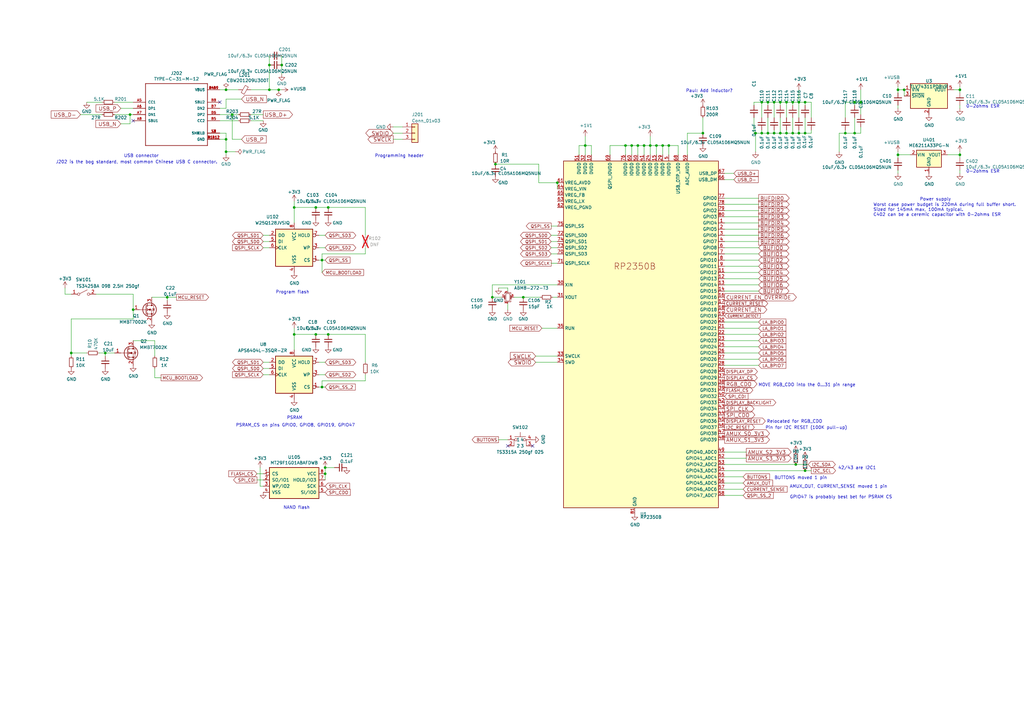
<source format=kicad_sch>
(kicad_sch (version 20231120) (generator "eeschema") (generator_version "8.0")
  (paper "A3")
  (junction (at 132.08 106.68))
  (junction (at 353.06 41.91))
  (junction (at 259.08 59.69))
  (junction (at 325.12 41.91))
  (junction (at 133.35 191.77))
  (junction (at 29.21 144.78))
  (junction (at 309.88 54.61))
  (junction (at 203.2 67.31))
  (junction (at 129.54 137.16))
  (junction (at 240.03 59.69))
  (junction (at 201.93 121.92))
  (junction (at 327.66 54.61))
  (junction (at 129.54 85.09))
  (junction (at 261.62 59.69))
  (junction (at 312.42 54.61))
  (junction (at 132.08 158.75))
  (junction (at 214.63 121.92))
  (junction (at 134.62 85.09))
  (junction (at 368.3 36.83))
  (junction (at 115.57 26.67))
  (junction (at 256.54 59.69))
  (junction (at 228.6 74.93))
  (junction (at 314.96 54.61))
  (junction (at 43.18 144.78))
  (junction (at 120.65 137.16))
  (junction (at 327.66 41.91))
  (junction (at 325.12 54.61))
  (junction (at 326.39 190.5))
  (junction (at 330.2 41.91))
  (junction (at 110.49 26.67))
  (junction (at 370.84 36.83))
  (junction (at 393.7 36.83))
  (junction (at 95.25 46.99))
  (junction (at 134.62 137.16))
  (junction (at 346.71 54.61))
  (junction (at 330.2 54.61))
  (junction (at 330.2 193.04))
  (junction (at 110.49 36.83))
  (junction (at 368.3 63.5))
  (junction (at 322.58 54.61))
  (junction (at 266.7 59.69))
  (junction (at 68.58 121.92))
  (junction (at 320.04 54.61))
  (junction (at 288.29 54.61))
  (junction (at 54.61 127))
  (junction (at 114.3 36.83))
  (junction (at 120.65 85.09))
  (junction (at 312.42 41.91))
  (junction (at 317.5 54.61))
  (junction (at 264.16 59.69))
  (junction (at 53.34 46.99))
  (junction (at 322.58 41.91))
  (junction (at 393.7 63.5))
  (junction (at 350.52 54.61))
  (junction (at 350.52 41.91))
  (junction (at 92.71 36.83))
  (junction (at 274.32 59.69))
  (junction (at 133.35 194.31))
  (junction (at 271.78 59.69))
  (junction (at 320.04 41.91))
  (junction (at 92.71 57.15))
  (junction (at 317.5 41.91))
  (junction (at 92.71 62.23))
  (junction (at 269.24 59.69))
  (junction (at 314.96 41.91))
  (no_connect (at 90.17 41.91))
  (no_connect (at 54.61 49.53))
  (no_connect (at 208.28 182.88))
  (no_connect (at 218.44 182.88))
  (wire (pts (xy 297.18 99.06) (xy 311.15 99.06)))
  (wire (pts (xy 271.78 59.69) (xy 274.32 59.69)))
  (wire (pts (xy 317.5 54.61) (xy 314.96 54.61)))
  (wire (pts (xy 29.21 146.05) (xy 29.21 144.78)))
  (wire (pts (xy 29.21 144.78) (xy 35.56 144.78)))
  (wire (pts (xy 228.6 99.06) (xy 226.06 99.06)))
  (wire (pts (xy 95.25 57.15) (xy 99.06 57.15)))
  (wire (pts (xy 40.64 144.78) (xy 43.18 144.78)))
  (wire (pts (xy 332.74 41.91) (xy 330.2 41.91)))
  (wire (pts (xy 29.21 120.65) (xy 26.67 120.65)))
  (wire (pts (xy 228.6 104.14) (xy 226.06 104.14)))
  (wire (pts (xy 281.94 54.61) (xy 281.94 63.5)))
  (wire (pts (xy 266.7 59.69) (xy 266.7 63.5)))
  (wire (pts (xy 219.71 148.59) (xy 228.6 148.59)))
  (wire (pts (xy 68.58 123.19) (xy 68.58 121.92)))
  (wire (pts (xy 161.29 57.15) (xy 165.1 57.15)))
  (wire (pts (xy 317.5 48.26) (xy 317.5 41.91)))
  (wire (pts (xy 90.17 57.15) (xy 92.71 57.15)))
  (wire (pts (xy 149.86 85.09) (xy 134.62 85.09)))
  (wire (pts (xy 309.245 54.61) (xy 309.88 54.61)))
  (wire (pts (xy 393.7 36.83) (xy 393.7 38.1)))
  (wire (pts (xy 102.87 49.53) (xy 107.95 49.53)))
  (wire (pts (xy 312.42 54.61) (xy 309.88 54.61)))
  (wire (pts (xy 92.71 62.23) (xy 92.71 63.5)))
  (wire (pts (xy 115.57 26.67) (xy 115.57 30.48)))
  (wire (pts (xy 149.86 104.14) (xy 149.86 101.6)))
  (wire (pts (xy 54.61 130.81) (xy 54.61 127)))
  (wire (pts (xy 228.6 146.05) (xy 219.71 146.05)))
  (wire (pts (xy 393.7 35.56) (xy 393.7 36.83)))
  (wire (pts (xy 54.61 41.91) (xy 46.99 41.91)))
  (wire (pts (xy 132.08 106.68) (xy 130.81 106.68)))
  (wire (pts (xy 370.84 36.83) (xy 370.84 39.37)))
  (wire (pts (xy 306.07 187.96) (xy 297.18 187.96)))
  (wire (pts (xy 297.18 119.38) (xy 311.15 119.38)))
  (wire (pts (xy 327.66 54.61) (xy 330.2 54.61)))
  (wire (pts (xy 120.65 85.09) (xy 120.65 82.55)))
  (wire (pts (xy 92.71 54.61) (xy 92.71 57.15)))
  (wire (pts (xy 110.49 151.13) (xy 107.95 151.13)))
  (wire (pts (xy 221.615 121.92) (xy 214.63 121.92)))
  (wire (pts (xy 26.67 120.65) (xy 26.67 118.11)))
  (wire (pts (xy 120.65 143.51) (xy 120.65 137.16)))
  (wire (pts (xy 309.245 41.91) (xy 309.245 43.18)))
  (wire (pts (xy 54.61 44.45) (xy 49.53 44.45)))
  (wire (pts (xy 297.18 195.58) (xy 304.8 195.58)))
  (wire (pts (xy 311.15 81.28) (xy 297.18 81.28)))
  (wire (pts (xy 368.3 43.18) (xy 368.3 44.45)))
  (wire (pts (xy 204.47 180.34) (xy 208.28 180.34)))
  (wire (pts (xy 269.24 59.69) (xy 271.78 59.69)))
  (wire (pts (xy 99.06 40.64) (xy 92.71 40.64)))
  (wire (pts (xy 393.7 63.5) (xy 393.7 64.77)))
  (wire (pts (xy 312.42 41.91) (xy 309.245 41.91)))
  (wire (pts (xy 133.35 106.68) (xy 132.08 106.68)))
  (wire (pts (xy 29.21 130.81) (xy 54.61 130.81)))
  (wire (pts (xy 133.35 194.31) (xy 133.35 196.85)))
  (wire (pts (xy 320.04 48.26) (xy 320.04 54.61)))
  (wire (pts (xy 203.2 67.31) (xy 220.98 67.31)))
  (wire (pts (xy 240.03 55.88) (xy 240.03 59.69)))
  (wire (pts (xy 297.18 88.9) (xy 311.15 88.9)))
  (wire (pts (xy 330.2 48.26) (xy 330.2 54.61)))
  (wire (pts (xy 269.24 59.69) (xy 269.24 63.5)))
  (wire (pts (xy 133.35 148.59) (xy 130.81 148.59)))
  (wire (pts (xy 368.3 62.23) (xy 368.3 63.5)))
  (wire (pts (xy 311.15 147.32) (xy 297.18 147.32)))
  (wire (pts (xy 129.54 85.09) (xy 120.65 85.09)))
  (wire (pts (xy 325.12 43.18) (xy 325.12 41.91)))
  (wire (pts (xy 110.49 99.06) (xy 107.95 99.06)))
  (wire (pts (xy 96.52 62.23) (xy 92.71 62.23)))
  (wire (pts (xy 228.6 74.93) (xy 228.6 77.47)))
  (wire (pts (xy 297.18 198.12) (xy 304.8 198.12)))
  (wire (pts (xy 41.91 41.91) (xy 35.56 41.91)))
  (wire (pts (xy 43.18 144.78) (xy 43.18 146.05)))
  (wire (pts (xy 29.21 144.78) (xy 29.21 130.81)))
  (wire (pts (xy 353.06 36.83) (xy 353.06 41.91)))
  (wire (pts (xy 110.49 153.67) (xy 107.95 153.67)))
  (wire (pts (xy 297.18 83.82) (xy 311.15 83.82)))
  (wire (pts (xy 205.74 121.92) (xy 201.93 121.92)))
  (wire (pts (xy 325.12 41.91) (xy 322.58 41.91)))
  (wire (pts (xy 288.29 48.26) (xy 288.29 54.61)))
  (wire (pts (xy 320.04 54.61) (xy 317.5 54.61)))
  (wire (pts (xy 39.37 120.65) (xy 54.61 120.65)))
  (wire (pts (xy 311.15 144.78) (xy 297.18 144.78)))
  (wire (pts (xy 327.66 41.91) (xy 327.66 36.83)))
  (wire (pts (xy 228.6 101.6) (xy 226.06 101.6)))
  (wire (pts (xy 107.95 199.39) (xy 106.68 199.39)))
  (wire (pts (xy 393.7 62.23) (xy 393.7 63.5)))
  (wire (pts (xy 300.99 71.12) (xy 297.18 71.12)))
  (wire (pts (xy 330.2 43.18) (xy 330.2 41.91)))
  (wire (pts (xy 346.71 41.91) (xy 350.52 41.91)))
  (wire (pts (xy 278.13 59.69) (xy 278.13 63.5)))
  (wire (pts (xy 161.29 54.61) (xy 165.1 54.61)))
  (wire (pts (xy 92.71 44.45) (xy 90.17 44.45)))
  (wire (pts (xy 132.08 156.21) (xy 149.86 156.21)))
  (wire (pts (xy 297.18 116.84) (xy 311.15 116.84)))
  (wire (pts (xy 92.71 40.64) (xy 92.71 44.45)))
  (wire (pts (xy 311.15 142.24) (xy 297.18 142.24)))
  (wire (pts (xy 266.7 59.69) (xy 269.24 59.69)))
  (wire (pts (xy 312.42 53.34) (xy 312.42 54.61)))
  (wire (pts (xy 132.08 158.75) (xy 132.08 156.21)))
  (wire (pts (xy 92.71 36.83) (xy 97.79 36.83)))
  (wire (pts (xy 228.6 116.84) (xy 201.93 116.84)))
  (wire (pts (xy 133.35 191.77) (xy 133.35 194.31)))
  (wire (pts (xy 120.65 91.44) (xy 120.65 85.09)))
  (wire (pts (xy 115.57 22.86) (xy 115.57 26.67)))
  (wire (pts (xy 314.96 54.61) (xy 312.42 54.61)))
  (wire (pts (xy 300.99 73.66) (xy 297.18 73.66)))
  (wire (pts (xy 129.54 137.16) (xy 120.65 137.16)))
  (wire (pts (xy 132.08 106.68) (xy 132.08 104.14)))
  (wire (pts (xy 110.49 36.83) (xy 114.3 36.83)))
  (wire (pts (xy 311.15 149.86) (xy 297.18 149.86)))
  (wire (pts (xy 320.04 41.91) (xy 317.5 41.91)))
  (wire (pts (xy 90.17 54.61) (xy 92.71 54.61)))
  (wire (pts (xy 314.96 41.91) (xy 312.42 41.91)))
  (wire (pts (xy 110.49 26.67) (xy 110.49 36.83)))
  (wire (pts (xy 391.16 36.83) (xy 393.7 36.83)))
  (wire (pts (xy 149.86 96.52) (xy 149.86 85.09)))
  (wire (pts (xy 353.06 41.91) (xy 353.06 46.99)))
  (wire (pts (xy 332.74 48.26) (xy 332.74 41.91)))
  (wire (pts (xy 54.61 120.65) (xy 54.61 127)))
  (wire (pts (xy 346.71 48.26) (xy 346.71 41.91)))
  (wire (pts (xy 311.15 96.52) (xy 297.18 96.52)))
  (wire (pts (xy 228.6 74.93) (xy 220.98 74.93)))
  (wire (pts (xy 149.86 137.16) (xy 134.62 137.16)))
  (wire (pts (xy 97.79 46.99) (xy 95.25 46.99)))
  (wire (pts (xy 133.35 153.67) (xy 130.81 153.67)))
  (wire (pts (xy 228.6 92.71) (xy 226.06 92.71)))
  (wire (pts (xy 110.49 22.86) (xy 110.49 26.67)))
  (wire (pts (xy 330.2 41.91) (xy 327.66 41.91)))
  (wire (pts (xy 297.18 114.3) (xy 311.15 114.3)))
  (wire (pts (xy 350.52 54.61) (xy 353.06 54.61)))
  (wire (pts (xy 62.23 121.92) (xy 68.58 121.92)))
  (wire (pts (xy 314.96 48.26) (xy 314.96 54.61)))
  (wire (pts (xy 312.42 48.26) (xy 312.42 41.91)))
  (wire (pts (xy 322.58 53.34) (xy 322.58 54.61)))
  (wire (pts (xy 137.16 191.77) (xy 133.35 191.77)))
  (wire (pts (xy 368.3 38.1) (xy 368.3 36.83)))
  (wire (pts (xy 368.3 69.85) (xy 368.3 71.12)))
  (wire (pts (xy 68.58 121.92) (xy 72.39 121.92)))
  (wire (pts (xy 161.29 52.07) (xy 165.1 52.07)))
  (wire (pts (xy 327.66 53.34) (xy 327.66 54.61)))
  (wire (pts (xy 297.18 111.76) (xy 311.15 111.76)))
  (wire (pts (xy 102.87 36.83) (xy 110.49 36.83)))
  (wire (pts (xy 311.15 132.08) (xy 297.18 132.08)))
  (wire (pts (xy 220.98 74.93) (xy 220.98 67.31)))
  (wire (pts (xy 317.5 41.91) (xy 314.96 41.91)))
  (wire (pts (xy 331.47 190.5) (xy 326.39 190.5)))
  (wire (pts (xy 250.19 59.69) (xy 256.54 59.69)))
  (wire (pts (xy 297.18 185.42) (xy 306.07 185.42)))
  (wire (pts (xy 54.61 46.99) (xy 53.34 46.99)))
  (wire (pts (xy 304.8 200.66) (xy 297.18 200.66)))
  (wire (pts (xy 250.19 63.5) (xy 250.19 59.69)))
  (wire (pts (xy 327.66 54.61) (xy 325.12 54.61)))
  (wire (pts (xy 266.7 55.88) (xy 266.7 59.69)))
  (wire (pts (xy 132.08 104.14) (xy 149.86 104.14)))
  (wire (pts (xy 311.15 134.62) (xy 297.18 134.62)))
  (wire (pts (xy 222.25 134.62) (xy 228.6 134.62)))
  (wire (pts (xy 311.15 86.36) (xy 297.18 86.36)))
  (wire (pts (xy 110.49 96.52) (xy 107.95 96.52)))
  (wire (pts (xy 102.87 46.99) (xy 107.95 46.99)))
  (wire (pts (xy 314.96 43.18) (xy 314.96 41.91)))
  (wire (pts (xy 281.94 54.61) (xy 288.29 54.61)))
  (wire (pts (xy 311.15 137.16) (xy 297.18 137.16)))
  (wire (pts (xy 325.12 54.61) (xy 322.58 54.61)))
  (wire (pts (xy 264.16 59.69) (xy 264.16 63.5)))
  (wire (pts (xy 90.17 46.99) (xy 95.25 46.99)))
  (wire (pts (xy 297.18 104.14) (xy 311.15 104.14)))
  (wire (pts (xy 242.57 59.69) (xy 242.57 63.5)))
  (wire (pts (xy 370.84 36.83) (xy 368.3 36.83)))
  (wire (pts (xy 228.6 96.52) (xy 226.06 96.52)))
  (wire (pts (xy 350.52 48.26) (xy 350.52 54.61)))
  (wire (pts (xy 344.17 54.61) (xy 344.17 62.23)))
  (wire (pts (xy 63.5 154.94) (xy 66.04 154.94)))
  (wire (pts (xy 134.62 85.09) (xy 129.54 85.09)))
  (wire (pts (xy 53.34 50.8) (xy 53.34 46.99)))
  (wire (pts (xy 53.34 46.99) (xy 46.99 46.99)))
  (wire (pts (xy 107.95 194.31) (xy 105.41 194.31)))
  (wire (pts (xy 240.03 59.69) (xy 242.57 59.69)))
  (wire (pts (xy 110.49 148.59) (xy 107.95 148.59)))
  (wire (pts (xy 297.18 193.04) (xy 330.2 193.04)))
  (wire (pts (xy 311.15 139.7) (xy 297.18 139.7)))
  (wire (pts (xy 322.58 54.61) (xy 320.04 54.61)))
  (wire (pts (xy 325.12 48.26) (xy 325.12 54.61)))
  (wire (pts (xy 311.15 101.6) (xy 297.18 101.6)))
  (wire (pts (xy 228.6 107.95) (xy 226.06 107.95)))
  (wire (pts (xy 317.5 53.34) (xy 317.5 54.61)))
  (wire (pts (xy 327.66 48.26) (xy 327.66 41.91)))
  (wire (pts (xy 330.2 193.04) (xy 332.74 193.04)))
  (wire (pts (xy 208.28 124.46) (xy 208.28 127)))
  (wire (pts (xy 350.52 41.91) (xy 350.52 43.18)))
  (wire (pts (xy 309.245 48.26) (xy 309.245 54.61)))
  (wire (pts (xy 41.91 46.99) (xy 33.02 46.99)))
  (wire (pts (xy 149.86 156.21) (xy 149.86 153.67)))
  (wire (pts (xy 149.86 148.59) (xy 149.86 137.16)))
  (wire (pts (xy 133.35 158.75) (xy 132.08 158.75)))
  (wire (pts (xy 261.62 59.69) (xy 264.16 59.69)))
  (wire (pts (xy 261.62 59.69) (xy 261.62 63.5)))
  (wire (pts (xy 368.3 64.77) (xy 368.3 63.5)))
  (wire (pts (xy 105.41 196.85) (xy 107.95 196.85)))
  (wire (pts (xy 346.71 53.34) (xy 346.71 54.61)))
  (wire (pts (xy 332.74 54.61) (xy 332.74 53.34)))
  (wire (pts (xy 322.58 41.91) (xy 320.04 41.91)))
  (wire (pts (xy 208.28 118.11) (xy 208.28 119.38)))
  (wire (pts (xy 43.18 144.78) (xy 46.99 144.78)))
  (wire (pts (xy 95.25 46.99) (xy 95.25 57.15)))
  (wire (pts (xy 322.58 48.26) (xy 322.58 41.91)))
  (wire (pts (xy 90.17 36.83) (xy 92.71 36.83)))
  (wire (pts (xy 271.78 63.5) (xy 271.78 59.69)))
  (wire (pts (xy 256.54 59.69) (xy 256.54 63.5)))
  (wire (pts (xy 311.15 91.44) (xy 297.18 91.44)))
  (wire (pts (xy 259.08 59.69) (xy 261.62 59.69)))
  (wire (pts (xy 133.35 96.52) (xy 130.81 96.52)))
  (wire (pts (xy 90.17 49.53) (xy 97.79 49.53)))
  (wire (pts (xy 368.3 35.56) (xy 368.3 36.83)))
  (wire (pts (xy 63.5 146.05) (xy 63.5 139.7)))
  (wire (pts (xy 297.18 93.98) (xy 311.15 93.98)))
  (wire (pts (xy 274.32 59.69) (xy 274.32 63.5)))
  (wire (pts (xy 325.12 41.91) (xy 327.66 41.91)))
  (wire (pts (xy 201.93 116.84) (xy 201.93 121.92)))
  (wire (pts (xy 240.03 59.69) (xy 237.49 59.69)))
  (wire (pts (xy 353.06 52.07) (xy 353.06 54.61)))
  (wire (pts (xy 259.08 59.69) (xy 259.08 63.5)))
  (wire (pts (xy 120.65 137.16) (xy 120.65 134.62)))
  (wire (pts (xy 274.32 59.69) (xy 278.13 59.69)))
  (wire (pts (xy 346.71 54.61) (xy 350.52 54.61)))
  (wire (pts (xy 330.2 54.61) (xy 332.74 54.61)))
  (wire (pts (xy 133.35 101.6) (xy 130.81 101.6)))
  (wire (pts (xy 63.5 139.7) (xy 54.61 139.7)))
  (wire (pts (xy 132.08 106.68) (xy 132.08 111.76)))
  (wire (pts (xy 228.6 121.92) (xy 226.695 121.92)))
  (wire (pts (xy 204.47 118.11) (xy 208.28 118.11)))
  (wire (pts (xy 344.17 54.61) (xy 346.71 54.61)))
  (wire (pts (xy 92.71 57.15) (xy 92.71 62.23)))
  (wire (pts (xy 320.04 43.18) (xy 320.04 41.91)))
  (wire (pts (xy 114.3 36.83) (xy 115.57 36.83)))
  (wire (pts (xy 237.49 59.69) (xy 237.49 63.5)))
  (wire (pts (xy 393.7 43.18) (xy 393.7 44.45)))
  (wire (pts (xy 264.16 59.69) (xy 266.7 59.69)))
  (wire (pts (xy 210.82 121.92) (xy 214.63 121.92)))
  (wire (pts (xy 256.54 59.69) (xy 259.08 59.69)))
  (wire (pts (xy 304.8 203.2) (xy 297.18 203.2)))
  (wire (pts (xy 110.49 101.6) (xy 107.95 101.6)))
  (wire (pts (xy 311.15 106.68) (xy 297.18 106.68)))
  (wire (pts (xy 353.06 41.91) (xy 350.52 41.91)))
  (wire (pts (xy 388.62 63.5) (xy 393.7 63.5)))
  (wire (pts (xy 132.08 158.75) (xy 130.81 158.75)))
  (wire (pts (xy 393.7 69.85) (xy 393.7 71.12)))
  (wire (pts (xy 63.5 151.13) (xy 63.5 154.94)))
  (wire (pts (xy 49.53 50.8) (xy 53.34 50.8)))
  (wire (pts (xy 106.68 199.39) (xy 106.68 191.77)))
  (wire (pts (xy 326.39 190.5) (xy 297.18 190.5)))
  (wire (pts (xy 373.38 63.5) (xy 368.3 63.5)))
  (wire (pts (xy 297.18 109.22) (xy 311.15 109.22)))
  (wire (pts (xy 240.03 59.69) (xy 240.03 63.5)))
  (wire (pts (xy 134.62 137.16) (xy 129.54 137.16)))
  (wire (pts (xy 309.88 54.61) (xy 309.88 62.23)))
  (text "42/43 are I2C1" (at 351.536 192.024 0) (effects (font (size 1.27 1.27))))
  (text "PSRAM\n" (at 117.602 172.212 0) (effects (font (size 1.27 1.27)) (justify left bottom)))
  (text "GPIO47 is probably best bet for PSRAM CS\n" (at 344.932 203.962 0) (effects (font (size 1.27 1.27))))
  (text "USB connector" (at 50.8 64.77 0) (effects (font (size 1.27 1.27)) (justify left bottom)))
  (text "NAND flash\n" (at 121.666 208.28 0) (effects (font (size 1.27 1.27))))
  (text "Pin for I2C RESET (100K pull-up)\n" (at 330.708 175.514 0) (effects (font (size 1.27 1.27))))
  (text "Power supply" (at 377.19 82.55 0) (effects (font (size 1.27 1.27)) (justify left bottom)))
  (text "AMUX_OUT, CURRENT_SENSE moved 1 pin" (at 343.916 199.644 0) (effects (font (size 1.27 1.27))))
  (text "MOVE RGB_CDO into the 0...31 pin range\n" (at 330.962 157.988 0) (effects (font (size 1.27 1.27))))
  (text "J202 is the bog standard, most common Chinese USB C connector." (at 22.86 67.31 0) (effects (font (size 1.27 1.27)) (justify left bottom)))
  (text "Program flash" (at 113.03 120.65 0) (effects (font (size 1.27 1.27)) (justify left bottom)))
  (text "Relocated for RGB_CDO" (at 325.882 172.974 0) (effects (font (size 1.27 1.27))))
  (text "Worst case power budget is 220mA during full buffer short.\nSized for 145mA max, 100mA typical.\nC402 can be a ceremic capacitor with 0-2ohms ESR" (at 358.14 88.9 0) (effects (font (size 1.27 1.27)) (justify left bottom)))
  (text "Paul: Add inductor?" (at 281.305 38.1 0) (effects (font (size 1.27 1.27)) (justify left bottom)))
  (text "PSRAM_CS on pins GPIO0, GPIO8, GPIO19, GPIO47" (at 121.158 174.498 0) (effects (font (size 1.27 1.27))))
  (text "Programming header" (at 153.67 64.77 0) (effects (font (size 1.27 1.27)) (justify left bottom)))
  (text "0-2ohms ESR\n" (at 396.24 71.12 0) (effects (font (size 1.27 1.27)) (justify left bottom)))
  (text "0-2ohms ESR\n" (at 396.24 44.45 0) (effects (font (size 1.27 1.27)) (justify left bottom)))
  (text "BUTTONS moved 1 pin\n" (at 328.422 196.088 0) (effects (font (size 1.27 1.27))))
  (global_label "BUFIO3" (shape bidirectional) (at 311.15 109.22 0) (effects (font (size 1.524 1.524))) (property "Intersheetrefs" "${INTERSHEET_REFS}" (effects (hide yes))))
  (global_label "BUFDIR3" (shape output) (at 311.15 88.9 0) (effects (font (size 1.524 1.524))) (property "Intersheetrefs" "${INTERSHEET_REFS}" (effects (hide yes))))
  (global_label "DISPLAY_RESET" (shape output) (at 297.18 172.72 0) (property "Intersheetrefs" "${INTERSHEET_REFS}" (effects (hide yes))))
  (global_label "BUFIO1" (shape bidirectional) (at 311.15 104.14 0) (effects (font (size 1.524 1.524))) (property "Intersheetrefs" "${INTERSHEET_REFS}" (effects (hide yes))))
  (global_label "LA_BPIO4" (shape input) (at 311.15 142.24 0) (property "Intersheetrefs" "${INTERSHEET_REFS}" (effects (hide yes))))
  (global_label "QSPI_SD3" (shape bidirectional) (at 226.06 104.14 180) (property "Intersheetrefs" "${INTERSHEET_REFS}" (effects (hide yes))))
  (global_label "SWDIO" (shape bidirectional) (at 219.71 148.59 180) (effects (font (size 1.524 1.524))) (property "Intersheetrefs" "${INTERSHEET_REFS}" (effects (hide yes))))
  (global_label "QSPI_SCLK" (shape input) (at 107.95 101.6 180) (property "Intersheetrefs" "${INTERSHEET_REFS}" (effects (hide yes))))
  (global_label "SPI_CDO" (shape input) (at 133.35 201.93 0) (property "Intersheetrefs" "${INTERSHEET_REFS}" (effects (hide yes))))
  (global_label "QSPI_SS" (shape input) (at 133.35 106.68 0) (property "Intersheetrefs" "${INTERSHEET_REFS}" (effects (hide yes))))
  (global_label "AMUX_S1_3V3" (shape output) (at 297.18 180.34 0) (effects (font (size 1.524 1.524))) (property "Intersheetrefs" "${INTERSHEET_REFS}" (effects (hide yes))))
  (global_label "SPI_CDI" (shape output) (at 105.41 196.85 180) (property "Intersheetrefs" "${INTERSHEET_REFS}" (effects (hide yes))))
  (global_label "FLASH_CS" (shape input) (at 105.41 194.31 180) (property "Intersheetrefs" "${INTERSHEET_REFS}" (effects (hide yes))))
  (global_label "RGB_CDO" (shape output) (at 297.18 157.48 0) (effects (font (size 1.524 1.524))) (property "Intersheetrefs" "${INTERSHEET_REFS}" (effects (hide yes))))
  (global_label "I2C_SDA" (shape bidirectional) (at 331.47 190.5 0) (property "Intersheetrefs" "${INTERSHEET_REFS}" (effects (hide yes))))
  (global_label "AMUX_S0_3V3" (shape output) (at 297.18 177.8 0) (effects (font (size 1.524 1.524))) (property "Intersheetrefs" "${INTERSHEET_REFS}" (effects (hide yes))))
  (global_label "MCU_RESET" (shape input) (at 222.25 134.62 180) (property "Intersheetrefs" "${INTERSHEET_REFS}" (effects (hide yes))))
  (global_label "USB_N" (shape input) (at 49.53 50.8 180) (effects (font (size 1.524 1.524))) (property "Intersheetrefs" "${INTERSHEET_REFS}" (effects (hide yes))))
  (global_label "USB_P" (shape input) (at 49.53 44.45 180) (effects (font (size 1.524 1.524))) (property "Intersheetrefs" "${INTERSHEET_REFS}" (effects (hide yes))))
  (global_label "LA_BPIO6" (shape input) (at 311.15 147.32 0) (property "Intersheetrefs" "${INTERSHEET_REFS}" (effects (hide yes))))
  (global_label "SWCLK" (shape output) (at 161.29 57.15 180) (effects (font (size 1.524 1.524))) (property "Intersheetrefs" "${INTERSHEET_REFS}" (effects (hide yes))))
  (global_label "CURRENT_DETECT" (shape input) (at 297.18 129.54 0) (effects (font (size 0.9906 0.9906))) (property "Intersheetrefs" "${INTERSHEET_REFS}" (effects (hide yes))))
  (global_label "QSPI_SD1" (shape bidirectional) (at 107.95 148.59 180) (property "Intersheetrefs" "${INTERSHEET_REFS}" (effects (hide yes))))
  (global_label "CURRENT_EN" (shape output) (at 297.18 127 0) (effects (font (size 1.524 1.524))) (property "Intersheetrefs" "${INTERSHEET_REFS}" (effects (hide yes))))
  (global_label "CURRENT_SENSE" (shape input) (at 304.8 200.66 0) (property "Intersheetrefs" "${INTERSHEET_REFS}" (effects (hide yes))))
  (global_label "QSPI_SS_2" (shape input) (at 133.35 158.75 0) (property "Intersheetrefs" "${INTERSHEET_REFS}" (effects (hide yes))))
  (global_label "QSPI_SCLK" (shape output) (at 226.06 107.95 180) (property "Intersheetrefs" "${INTERSHEET_REFS}" (effects (hide yes))))
  (global_label "DISPLAY_BACKLIGHT" (shape output) (at 297.18 165.1 0) (property "Intersheetrefs" "${INTERSHEET_REFS}" (effects (hide yes))))
  (global_label "BUTTONS" (shape input) (at 304.8 195.58 0) (property "Intersheetrefs" "${INTERSHEET_REFS}" (effects (hide yes))))
  (global_label "CURRENT_EN_OVERRIDE" (shape output) (at 297.18 121.92 0) (effects (font (size 1.524 1.524))) (property "Intersheetrefs" "${INTERSHEET_REFS}" (effects (hide yes))))
  (global_label "I2C_SCL" (shape output) (at 332.74 193.04 0) (property "Intersheetrefs" "${INTERSHEET_REFS}" (effects (hide yes))))
  (global_label "BUFDIR1" (shape output) (at 311.15 83.82 0) (effects (font (size 1.524 1.524))) (property "Intersheetrefs" "${INTERSHEET_REFS}" (effects (hide yes))))
  (global_label "BUFIO7" (shape bidirectional) (at 311.15 119.38 0) (effects (font (size 1.524 1.524))) (property "Intersheetrefs" "${INTERSHEET_REFS}" (effects (hide yes))))
  (global_label "LA_BPIO3" (shape input) (at 311.15 139.7 0) (property "Intersheetrefs" "${INTERSHEET_REFS}" (effects (hide yes))))
  (global_label "LA_BPIO2" (shape input) (at 311.15 137.16 0) (property "Intersheetrefs" "${INTERSHEET_REFS}" (effects (hide yes))))
  (global_label "QSPI_SD2" (shape bidirectional) (at 133.35 153.67 0) (property "Intersheetrefs" "${INTERSHEET_REFS}" (effects (hide yes))))
  (global_label "CURRENT_RESET" (shape output) (at 297.18 124.46 0) (property "Intersheetrefs" "${INTERSHEET_REFS}" (effects (hide yes))))
  (global_label "QSPI_SD3" (shape bidirectional) (at 133.35 148.59 0) (property "Intersheetrefs" "${INTERSHEET_REFS}" (effects (hide yes))))
  (global_label "AMUX_OUT" (shape input) (at 304.8 198.12 0) (property "Intersheetrefs" "${INTERSHEET_REFS}" (effects (hide yes))))
  (global_label "QSPI_SD2" (shape bidirectional) (at 133.35 101.6 0) (property "Intersheetrefs" "${INTERSHEET_REFS}" (effects (hide yes))))
  (global_label "BUFDIR0" (shape output) (at 311.15 81.28 0) (effects (font (size 1.524 1.524))) (property "Intersheetrefs" "${INTERSHEET_REFS}" (effects (hide yes))))
  (global_label "SPI_CLK" (shape output) (at 297.18 167.64 0) (effects (font (size 1.524 1.524))) (property "Intersheetrefs" "${INTERSHEET_REFS}" (effects (hide yes))))
  (global_label "MCU_RESET" (shape output) (at 72.39 121.92 0) (property "Intersheetrefs" "${INTERSHEET_REFS}" (effects (hide yes))))
  (global_label "BUFIO6" (shape bidirectional) (at 311.15 116.84 0) (effects (font (size 1.524 1.524))) (property "Intersheetrefs" "${INTERSHEET_REFS}" (effects (hide yes))))
  (global_label "BUTTONS" (shape output) (at 204.47 180.34 180) (property "Intersheetrefs" "${INTERSHEET_REFS}" (effects (hide yes))))
  (global_label "QSPI_SS" (shape output) (at 226.06 92.71 180) (property "Intersheetrefs" "${INTERSHEET_REFS}" (effects (hide yes))))
  (global_label "SPI_CDI" (shape input) (at 297.18 162.56 0) (property "Intersheetrefs" "${INTERSHEET_REFS}" (effects (hide yes))))
  (global_label "SWCLK" (shape input) (at 219.71 146.05 180) (effects (font (size 1.524 1.524))) (property "Intersheetrefs" "${INTERSHEET_REFS}" (effects (hide yes))))
  (global_label "QSPI_SD1" (shape bidirectional) (at 107.95 96.52 180) (property "Intersheetrefs" "${INTERSHEET_REFS}" (effects (hide yes))))
  (global_label "LA_BPIO1" (shape input) (at 311.15 134.62 0) (property "Intersheetrefs" "${INTERSHEET_REFS}" (effects (hide yes))))
  (global_label "QSPI_SD0" (shape bidirectional) (at 107.95 151.13 180) (property "Intersheetrefs" "${INTERSHEET_REFS}" (effects (hide yes))))
  (global_label "DISPLAY_CS" (shape output) (at 297.18 154.94 0) (property "Intersheetrefs" "${INTERSHEET_REFS}" (effects (hide yes))))
  (global_label "USB_D-" (shape input) (at 33.02 46.99 180) (effects (font (size 1.524 1.524))) (property "Intersheetrefs" "${INTERSHEET_REFS}" (effects (hide yes))))
  (global_label "QSPI_SD2" (shape bidirectional) (at 226.06 101.6 180) (property "Intersheetrefs" "${INTERSHEET_REFS}" (effects (hide yes))))
  (global_label "LA_BPIO0" (shape input) (at 311.15 132.08 0) (property "Intersheetrefs" "${INTERSHEET_REFS}" (effects (hide yes))))
  (global_label "USB_D+" (shape input) (at 300.99 71.12 0) (property "Intersheetrefs" "${INTERSHEET_REFS}" (effects (hide yes))))
  (global_label "BUFDIR2" (shape output) (at 311.15 86.36 0) (effects (font (size 1.524 1.524))) (property "Intersheetrefs" "${INTERSHEET_REFS}" (effects (hide yes))))
  (global_label "SPI_CLK" (shape input) (at 133.35 199.39 0) (property "Intersheetrefs" "${INTERSHEET_REFS}" (effects (hide yes))))
  (global_label "DISPLAY_DP" (shape output) (at 297.18 152.4 0) (property "Intersheetrefs" "${INTERSHEET_REFS}" (effects (hide yes))))
  (global_label "QSPI_SD1" (shape bidirectional) (at 226.06 99.06 180) (property "Intersheetrefs" "${INTERSHEET_REFS}" (effects (hide yes))))
  (global_label "LA_BPIO7" (shape input) (at 311.15 149.86 0) (property "Intersheetrefs" "${INTERSHEET_REFS}" (effects (hide yes))))
  (global_label "BUFDIR6" (shape output) (at 311.15 96.52 0) (effects (font (size 1.524 1.524))) (property "Intersheetrefs" "${INTERSHEET_REFS}" (effects (hide yes))))
  (global_label "I2C_RESET" (shape output) (at 297.18 175.26 0) (property "Intersheetrefs" "${INTERSHEET_REFS}" (effects (hide yes))))
  (global_label "QSPI_SD0" (shape bidirectional) (at 226.06 96.52 180) (property "Intersheetrefs" "${INTERSHEET_REFS}" (effects (hide yes))))
  (global_label "MCU_BOOTLOAD" (shape output) (at 66.04 154.94 0) (property "Intersheetrefs" "${INTERSHEET_REFS}" (effects (hide yes))))
  (global_label "USB_P" (shape input) (at 99.06 57.15 0) (effects (font (size 1.524 1.524))) (property "Intersheetrefs" "${INTERSHEET_REFS}" (effects (hide yes))))
  (global_label "QSPI_SS_2" (shape input) (at 304.8 203.2 0) (property "Intersheetrefs" "${INTERSHEET_REFS}" (effects (hide yes))))
  (global_label "MCU_BOOTLOAD" (shape input) (at 132.08 111.76 0) (property "Intersheetrefs" "${INTERSHEET_REFS}" (effects (hide yes))))
  (global_label "USB_N" (shape input) (at 99.06 40.64 0) (effects (font (size 1.524 1.524))) (property "Intersheetrefs" "${INTERSHEET_REFS}" (effects (hide yes))))
  (global_label "QSPI_SCLK" (shape input) (at 107.95 153.67 180) (property "Intersheetrefs" "${INTERSHEET_REFS}" (effects (hide yes))))
  (global_label "BUFIO4" (shape bidirectional) (at 311.15 111.76 0) (effects (font (size 1.524 1.524))) (property "Intersheetrefs" "${INTERSHEET_REFS}" (effects (hide yes))))
  (global_label "QSPI_SD3" (shape bidirectional) (at 133.35 96.52 0) (property "Intersheetrefs" "${INTERSHEET_REFS}" (effects (hide yes))))
  (global_label "LA_BPIO5" (shape input) (at 311.15 144.78 0) (property "Intersheetrefs" "${INTERSHEET_REFS}" (effects (hide yes))))
  (global_label "BUFIO0" (shape bidirectional) (at 311.15 101.6 0) (effects (font (size 1.524 1.524))) (property "Intersheetrefs" "${INTERSHEET_REFS}" (effects (hide yes))))
  (global_label "SWDIO" (shape bidirectional) (at 161.29 54.61 180) (effects (font (size 1.524 1.524))) (property "Intersheetrefs" "${INTERSHEET_REFS}" (effects (hide yes))))
  (global_label "BUFDIR4" (shape output) (at 311.15 91.44 0) (effects (font (size 1.524 1.524))) (property "Intersheetrefs" "${INTERSHEET_REFS}" (effects (hide yes))))
  (global_label "BUFDIR5" (shape output) (at 311.15 93.98 0) (effects (font (size 1.524 1.524))) (property "Intersheetrefs" "${INTERSHEET_REFS}" (effects (hide yes))))
  (global_label "BUFDIR7" (shape output) (at 311.15 99.06 0) (effects (font (size 1.524 1.524))) (property "Intersheetrefs" "${INTERSHEET_REFS}" (effects (hide yes))))
  (global_label "USB_D+" (shape output) (at 107.95 46.99 0) (effects (font (size 1.524 1.524))) (property "Intersheetrefs" "${INTERSHEET_REFS}" (effects (hide yes))))
  (global_label "BUFIO5" (shape bidirectional) (at 311.15 114.3 0) (effects (font (size 1.524 1.524))) (property "Intersheetrefs" "${INTERSHEET_REFS}" (effects (hide yes))))
  (global_label "BUFIO2" (shape bidirectional) (at 311.15 106.68 0) (effects (font (size 1.524 1.524))) (property "Intersheetrefs" "${INTERSHEET_REFS}" (effects (hide yes))))
  (global_label "QSPI_SD0" (shape bidirectional) (at 107.95 99.06 180) (property "Intersheetrefs" "${INTERSHEET_REFS}" (effects (hide yes))))
  (global_label "SPI_CDO" (shape output) (at 297.18 170.18 0) (effects (font (size 1.524 1.524))) (property "Intersheetrefs" "${INTERSHEET_REFS}" (effects (hide yes))))
  (global_label "USB_D-" (shape input) (at 300.99 73.66 0) (property "Intersheetrefs" "${INTERSHEET_REFS}" (effects (hide yes))))
  (global_label "FLASH_CS" (shape output) (at 297.18 160.02 0) (property "Intersheetrefs" "${INTERSHEET_REFS}" (effects (hide yes))))
  (global_label "AMUX_S3_3V3" (shape output) (at 306.07 187.96 0) (effects (font (size 1.524 1.524))) (property "Intersheetrefs" "${INTERSHEET_REFS}" (effects (hide yes))))
  (global_label "AMUX_S2_3V3" (shape output) (at 306.07 185.42 0) (effects (font (size 1.524 1.524))) (property "Intersheetrefs" "${INTERSHEET_REFS}" (effects (hide yes))))
  (symbol (lib_id "Device:C_Small") (at 368.3 67.31 0) (unit 1)
    (property "Reference" "C401" (at 365.76 66.04 0) (effects (justify right)))
    (property "Value" "10uF/6.3v CL05A106MQ5NUN" (at 365.76 68.58 0) (effects (justify right)))
    (property "Footprint" "Capacitor_SMD:C_0402_1005Metric" (effects (hide yes)))
    (property "RMB" "0.037726" (effects (hide yes)))
    (property "Supplier" "https://item.szlcsc.com/1877.html" (effects (hide yes)))
  )
  (symbol (lib_id "Device:C_Small") (at 393.7 67.31 0) (unit 1)
    (property "Reference" "C402" (at 396.0368 66.1416 0) (effects (justify left)))
    (property "Value" "10uF/6.3v CL05A106MQ5NUN" (at 396.0368 68.453 0) (effects (justify left)))
    (property "Footprint" "Capacitor_SMD:C_0402_1005Metric" (effects (hide yes)))
    (property "RMB" "0.043101" (effects (hide yes)))
    (property "Supplier" "https://item.szlcsc.com/108589.html" (effects (hide yes)))
  )
  (symbol (lib_id "power:GND") (at 381 71.12 0) (unit 1)
    (property "Reference" "#PWR0403" (effects (hide yes)))
    (property "Value" "GND" (at 381.127 75.5142 0))
  )
  (symbol (lib_id "power:GND") (at 368.3 71.12 0) (unit 1)
    (property "Reference" "#PWR0402" (effects (hide yes)))
    (property "Value" "GND" (at 368.427 75.5142 0))
  )
  (symbol (lib_id "power:GND") (at 393.7 71.12 0) (unit 1)
    (property "Reference" "#PWR0405" (effects (hide yes)))
    (property "Value" "GND" (at 393.827 75.5142 0))
  )
  (symbol (lib_id "power:+3V3") (at 393.7 62.23 0) (unit 1)
    (property "Reference" "#PWR0404" (effects (hide yes)))
    (property "Value" "+3V3" (at 394.081 57.8358 0))
  )
  (symbol (lib_id "kicad5-device:Ferrite_Bead_Small") (at 100.33 36.83 270) (unit 1)
    (property "Reference" "L201" (at 100.33 30.8102 90))
    (property "Value" "CBW201209U300T" (at 101.6 33.02 90))
    (property "Footprint" "Inductor_SMD:L_0805_2012Metric" (effects (hide yes)))
    (property "RMB" "0.175802	0.175802" (effects (hide yes)))
    (property "Supplier" "https://item.szlcsc.com/263551.html" (effects (hide yes)))
  )
  (symbol (lib_id "power:GND") (at 115.57 30.48 0) (unit 1)
    (property "Reference" "#PWR0205" (effects (hide yes)))
    (property "Value" "GND" (at 115.57 34.29 0))
  )
  (symbol (lib_id "Device:R_Small") (at 44.45 41.91 90) (mirror x) (unit 1)
    (property "Reference" "R201" (at 49.53 40.64 90))
    (property "Value" "5.1K" (at 40.64 40.64 90))
    (property "Footprint" "Resistor_SMD:R_0402_1005Metric" (effects (hide yes)))
    (property "RMB" "0.0065" (effects (hide yes)))
    (property "Supplier" "https://item.szlcsc.com/107087.html" (effects (hide yes)))
  )
  (symbol (lib_id "Device:R_Small") (at 100.33 49.53 270) (unit 1)
    (property "Reference" "R204" (at 95.25 48.26 90))
    (property "Value" "5.1K" (at 104.14 48.26 90))
    (property "Footprint" "Resistor_SMD:R_0402_1005Metric" (effects (hide yes)))
    (property "RMB" "0.0065" (effects (hide yes)))
    (property "Supplier" "https://item.szlcsc.com/107087.html" (effects (hide yes)))
  )
  (symbol (lib_id "power:GND") (at 107.95 49.53 0) (unit 1)
    (property "Reference" "#PWR0204" (effects (hide yes)))
    (property "Value" "GND" (at 107.95 53.34 0))
  )
  (symbol (lib_id "Device:R_Small") (at 44.45 46.99 90) (mirror x) (unit 1)
    (property "Reference" "R202" (at 49.53 48.26 90))
    (property "Value" "27R" (at 39.37 48.26 90))
    (property "Footprint" "Resistor_SMD:R_0402_1005Metric" (effects (hide yes)))
    (property "RMB" "0.006505" (effects (hide yes)))
    (property "Supplier" "https://item.szlcsc.com/116009.html" (effects (hide yes)))
  )
  (symbol (lib_id "power:GND") (at 92.71 63.5 0) (unit 1)
    (property "Reference" "#PWR0203" (effects (hide yes)))
    (property "Value" "GND" (at 92.71 67.31 0))
  )
  (symbol (lib_id "power:GND") (at 161.29 52.07 270) (unit 1)
    (property "Reference" "#PWR0202" (effects (hide yes)))
    (property "Value" "GND" (at 156.21 52.07 90))
  )
  (symbol (lib_id "dp-power:+VUSB") (at 368.3 62.23 0) (unit 1)
    (property "Reference" "#PWR0401" (effects (hide yes)))
    (property "Value" "+VUSB" (at 365.76 58.42 0))
  )
  (symbol (lib_id "dp-power:+VUSB") (at 115.57 36.83 270) (unit 1)
    (property "Reference" "#PWR0206" (effects (hide yes)))
    (property "Value" "+VUSB" (at 118.8212 36.449 90) (effects (justify left)))
  )
  (symbol (lib_id "power:PWR_FLAG") (at 92.71 36.83 0) (unit 1)
    (property "Reference" "#FLG0201" (effects (hide yes)))
    (property "Value" "PWR_FLAG" (at 88.392 30.48 0))
  )
  (symbol (lib_id "power:GND") (at 35.56 41.91 0) (unit 1)
    (property "Reference" "#PWR0201" (effects (hide yes)))
    (property "Value" "GND" (at 35.56 45.72 0))
  )
  (symbol (lib_id "power:PWR_FLAG") (at 114.3 36.83 180) (unit 1)
    (property "Reference" "#FLG0203" (effects (hide yes)))
    (property "Value" "PWR_FLAG" (at 114.3 41.2242 0))
  )
  (symbol (lib_id "power:PWR_FLAG") (at 96.52 62.23 270) (unit 1)
    (property "Reference" "#FLG0202" (effects (hide yes)))
    (property "Value" "PWR_FLAG" (at 104.14 62.23 90))
  )
  (symbol (lib_id "Device:C_Small") (at 129.54 87.63 0) (unit 1)
    (property "Reference" "C103" (at 128.27 80.01 0))
    (property "Value" "0.1uF" (at 128.27 82.55 0))
    (property "Footprint" "Capacitor_SMD:C_0402_1005Metric" (effects (hide yes)))
    (property "RMB" "0.00628" (effects (hide yes)))
    (property "Supplier" "https://item.szlcsc.com/1877.html" (effects (hide yes)))
  )
  (symbol (lib_id "power:GND") (at 129.54 90.17 0) (unit 1)
    (property "Reference" "#PWR0107" (effects (hide yes)))
    (property "Value" "GND" (at 125.73 91.44 0))
  )
  (symbol (lib_id "power:GND") (at 120.65 111.76 0) (unit 1)
    (property "Reference" "#PWR0105" (effects (hide yes)))
    (property "Value" "GND" (at 120.777 116.1542 0))
  )
  (symbol (lib_id "power:+3V3") (at 120.65 82.55 0) (unit 1)
    (property "Reference" "#PWR0104" (effects (hide yes)))
    (property "Value" "+3V3" (at 120.65 78.74 0))
  )
  (symbol (lib_id "power:GND") (at 214.63 127 0) (unit 1)
    (property "Reference" "#PWR0114" (effects (hide yes)))
    (property "Value" "GND" (at 214.63 130.81 0))
  )
  (symbol (lib_id "Device:C_Small") (at 214.63 124.46 0) (unit 1)
    (property "Reference" "C106" (at 219.075 123.19 0))
    (property "Value" "15pF" (at 219.075 125.73 0))
    (property "Footprint" "Capacitor_SMD:C_0402_1005Metric" (effects (hide yes)))
    (property "RMB" "0.022142" (effects (hide yes)))
    (property "Supplier" "https://item.szlcsc.com/306263.html" (effects (hide yes)))
  )
  (symbol (lib_id "power:GND") (at 201.93 127 0) (unit 1)
    (property "Reference" "#PWR0111" (effects (hide yes)))
    (property "Value" "GND" (at 201.93 130.81 0))
  )
  (symbol (lib_id "Device:C_Small") (at 201.93 124.46 0) (unit 1)
    (property "Reference" "C105" (at 195.58 123.19 0))
    (property "Value" "15pF" (at 195.58 125.73 0))
    (property "Footprint" "Capacitor_SMD:C_0402_1005Metric" (effects (hide yes)))
    (property "RMB" "0.022142" (effects (hide yes)))
    (property "Supplier" "https://item.szlcsc.com/306263.html" (effects (hide yes)))
  )
  (symbol (lib_id "Device:R_Small") (at 100.33 46.99 270) (mirror x) (unit 1)
    (property "Reference" "R203" (at 95.25 45.72 90))
    (property "Value" "27R" (at 105.41 45.72 90))
    (property "Footprint" "Resistor_SMD:R_0402_1005Metric" (effects (hide yes)))
    (property "RMB" "0.006505" (effects (hide yes)))
    (property "Supplier" "https://item.szlcsc.com/116009.html" (effects (hide yes)))
  )
  (symbol (lib_id "Device:C_Small") (at 312.42 50.8 0) (unit 1)
    (property "Reference" "C110" (at 312.42 39.37 90))
    (property "Value" "0.1uF" (at 312.42 58.42 90))
    (property "Footprint" "Capacitor_SMD:C_0402_1005Metric" (effects (hide yes)))
    (property "RMB" "0.00628" (effects (hide yes)))
    (property "Supplier" "https://item.szlcsc.com/1877.html" (effects (hide yes)))
  )
  (symbol (lib_id "Device:C_Small") (at 314.96 45.72 0) (unit 1)
    (property "Reference" "C111" (at 314.96 39.37 90))
    (property "Value" "0.1uF" (at 314.96 58.42 90))
    (property "Footprint" "Capacitor_SMD:C_0402_1005Metric" (effects (hide yes)))
    (property "RMB" "0.00628" (effects (hide yes)))
    (property "Supplier" "https://item.szlcsc.com/1877.html" (effects (hide yes)))
  )
  (symbol (lib_id "power:+3V3") (at 327.66 36.83 0) (unit 1)
    (property "Reference" "#PWR0125" (effects (hide yes)))
    (property "Value" "+3V3" (at 328.041 32.4358 0))
  )
  (symbol (lib_id "power:GND") (at 309.88 62.23 0) (unit 1)
    (property "Reference" "#PWR0124" (effects (hide yes)))
    (property "Value" "GND" (at 310.007 66.6242 0))
  )
  (symbol (lib_id "Device:C_Small") (at 317.5 50.8 0) (unit 1)
    (property "Reference" "C112" (at 317.5 39.37 90))
    (property "Value" "0.1uF" (at 317.5 58.42 90))
    (property "Footprint" "Capacitor_SMD:C_0402_1005Metric" (effects (hide yes)))
    (property "RMB" "0.00628" (effects (hide yes)))
    (property "Supplier" "https://item.szlcsc.com/1877.html" (effects (hide yes)))
  )
  (symbol (lib_id "Device:C_Small") (at 320.04 45.72 0) (unit 1)
    (property "Reference" "C113" (at 320.04 39.37 90))
    (property "Value" "0.1uF" (at 320.04 58.42 90))
    (property "Footprint" "Capacitor_SMD:C_0402_1005Metric" (effects (hide yes)))
    (property "RMB" "0.00628" (effects (hide yes)))
    (property "Supplier" "https://item.szlcsc.com/1877.html" (effects (hide yes)))
  )
  (symbol (lib_id "Device:C_Small") (at 322.58 50.8 0) (unit 1)
    (property "Reference" "C114" (at 322.58 39.37 90))
    (property "Value" "0.1uF" (at 322.58 58.42 90))
    (property "Footprint" "Capacitor_SMD:C_0402_1005Metric" (effects (hide yes)))
    (property "RMB" "0.00628" (effects (hide yes)))
    (property "Supplier" "https://item.szlcsc.com/1877.html" (effects (hide yes)))
  )
  (symbol (lib_id "Device:C_Small") (at 325.12 45.72 0) (unit 1)
    (property "Reference" "C115" (at 325.12 39.37 90))
    (property "Value" "0.1uF" (at 325.12 58.42 90))
    (property "Footprint" "Capacitor_SMD:C_0402_1005Metric" (effects (hide yes)))
    (property "RMB" "0.00628" (effects (hide yes)))
    (property "Supplier" "https://item.szlcsc.com/1877.html" (effects (hide yes)))
  )
  (symbol (lib_id "Device:C_Small") (at 113.03 22.86 270) (mirror x) (unit 1)
    (property "Reference" "C201" (at 119.38 20.32 90) (effects (justify right)))
    (property "Value" "10uF/6.3v CL05A106MQ5NUN" (at 121.92 22.86 90) (effects (justify right)))
    (property "Footprint" "Capacitor_SMD:C_0402_1005Metric" (effects (hide yes)))
    (property "RMB" "0.037726" (effects (hide yes)))
    (property "Supplier" "https://item.szlcsc.com/1877.html" (effects (hide yes)))
  )
  (symbol (lib_id "Device:C_Small") (at 113.03 26.67 270) (mirror x) (unit 1)
    (property "Reference" "C202" (at 121.92 26.67 90) (effects (justify right)))
    (property "Value" "10uF/6.3v CL05A106MQ5NUN" (at 121.92 29.21 90) (effects (justify right)))
    (property "Footprint" "Capacitor_SMD:C_0402_1005Metric" (effects (hide yes)))
    (property "RMB" "0.037726" (effects (hide yes)))
    (property "Supplier" "https://item.szlcsc.com/1877.html" (effects (hide yes)))
  )
  (symbol (lib_id "Device:C_Small") (at 346.71 50.8 0) (unit 1)
    (property "Reference" "C117" (at 346.71 39.37 90))
    (property "Value" "0.1uF" (at 346.71 58.42 90))
    (property "Footprint" "Capacitor_SMD:C_0402_1005Metric" (effects (hide yes)))
    (property "RMB" "0.00628" (effects (hide yes)))
    (property "Supplier" "https://item.szlcsc.com/1877.html" (effects (hide yes)))
  )
  (symbol (lib_id "Device:C_Small") (at 350.52 45.72 0) (unit 1)
    (property "Reference" "C118" (at 350.52 39.37 90))
    (property "Value" "0.1uF" (at 350.52 58.42 90))
    (property "Footprint" "Capacitor_SMD:C_0402_1005Metric" (effects (hide yes)))
    (property "RMB" "0.00628" (effects (hide yes)))
    (property "Supplier" "https://item.szlcsc.com/1877.html" (effects (hide yes)))
  )
  (symbol (lib_id "power:+1V1") (at 353.06 36.83 0) (unit 1)
    (property "Reference" "#PWR0127" (effects (hide yes)))
    (property "Value" "+1V1" (at 353.441 32.4358 0))
  )
  (symbol (lib_id "power:GND") (at 344.17 62.23 0) (unit 1)
    (property "Reference" "#PWR0126" (effects (hide yes)))
    (property "Value" "GND" (at 344.297 66.6242 0))
  )
  (symbol (lib_id "Device:Crystal_GND24_Small") (at 208.28 121.92 0) (unit 1)
    (property "Reference" "Y101" (at 210.82 115.57 0) (effects (justify left)))
    (property "Value" "ABM8-272-T3" (at 210.82 118.11 0) (effects (justify left)))
    (property "Footprint" "Crystal:Crystal_SMD_3225-4Pin_3.2x2.5mm" (effects (hide yes)))
    (property "Description" "12MHz" (effects (hide yes)))
    (property "RMB" "0.8432" (effects (hide yes)))
    (property "Supplier" "https://item.szlcsc.com/260706.html" (effects (hide yes)))
  )
  (symbol (lib_id "power:GND") (at 208.28 127 0) (unit 1)
    (property "Reference" "#PWR0113" (effects (hide yes)))
    (property "Value" "GND" (at 208.28 130.81 0))
  )
  (symbol (lib_id "power:GND") (at 204.47 118.11 0) (unit 1)
    (property "Reference" "#PWR0112" (effects (hide yes)))
    (property "Value" "GND" (at 204.47 123.19 0))
  )
  (symbol (lib_id "Device:C_Small") (at 134.62 87.63 0) (unit 1)
    (property "Reference" "C104" (at 135.89 80.01 0))
    (property "Value" "10uF/6.3v CL05A106MQ5NUN" (at 135.89 82.55 0))
    (property "Footprint" "Capacitor_SMD:C_0402_1005Metric" (effects (hide yes)))
    (property "RMB" "0.043101" (effects (hide yes)))
    (property "Supplier" "https://item.szlcsc.com/108589.html" (effects (hide yes)))
  )
  (symbol (lib_id "power:GND") (at 134.62 90.17 0) (unit 1)
    (property "Reference" "#PWR0109" (effects (hide yes)))
    (property "Value" "GND" (at 138.43 91.44 0))
  )
  (symbol (lib_id "Device:C_Small") (at 327.66 50.8 0) (unit 1)
    (property "Reference" "C116" (at 327.66 39.37 90))
    (property "Value" "0.1uF" (at 327.66 58.42 90))
    (property "Footprint" "Capacitor_SMD:C_0402_1005Metric" (effects (hide yes)))
    (property "RMB" "0.00628" (effects (hide yes)))
    (property "Supplier" "https://item.szlcsc.com/1877.html" (effects (hide yes)))
  )
  (symbol (lib_id "dp-memory:xm25qh128a") (at 120.65 106.68 0) (unit 1)
    (property "Reference" "U102" (at 111.76 88.9 0))
    (property "Value" "W25Q128JVSIQ" (at 111.76 91.44 0))
    (property "Footprint" "Package_SO:SOP-8_5.28x5.23mm_P1.27mm" (effects (hide yes)))
    (property "RMB" "9.85" (effects (hide yes)))
    (property "Supplier" "https://item.szlcsc.com/98729.html" (effects (hide yes)))
  )
  (symbol (lib_id "Device:R_Small") (at 288.29 45.72 0) (unit 1)
    (property "Reference" "R103" (at 292.1 44.45 0))
    (property "Value" "200R" (at 292.1 46.99 0))
    (property "Footprint" "Resistor_SMD:R_0402_1005Metric" (effects (hide yes)))
    (property "RMB" "0.006373" (effects (hide yes)))
    (property "Supplier" "https://item.szlcsc.com/116008.html" (effects (hide yes)))
  )
  (symbol (lib_id "power:+3V3") (at 288.29 43.18 0) (unit 1)
    (property "Reference" "#PWR0122" (effects (hide yes)))
    (property "Value" "+3V3" (at 285.75 39.37 0))
  )
  (symbol (lib_id "Device:C_Small") (at 288.29 57.15 0) (unit 1)
    (property "Reference" "C109" (at 293.37 55.88 0))
    (property "Value" "10uF/6.3v CL05A106MQ5NUN" (at 293.37 58.42 0))
    (property "Footprint" "Capacitor_SMD:C_0402_1005Metric" (effects (hide yes)))
    (property "RMB" "0.043101" (effects (hide yes)))
    (property "Supplier" "https://item.szlcsc.com/108589.html" (effects (hide yes)))
  )
  (symbol (lib_id "power:GND") (at 288.29 59.69 0) (unit 1)
    (property "Reference" "#PWR0123" (effects (hide yes)))
    (property "Value" "GND" (at 288.417 64.0842 0))
  )
  (symbol (lib_id "Switch:SW_SPST") (at 34.29 120.65 0) (unit 1)
    (property "Reference" "SW101" (at 34.29 114.681 0))
    (property "Value" "TS3425BA 098 2.5H 250gf" (at 44.196 117.348 0))
    (property "Footprint" "Button_Switch_SMD:SW_SPST_PTS810" (effects (hide yes)))
  )
  (symbol (lib_id "Connector_Generic:Conn_01x03") (at 170.18 54.61 0) (unit 1)
    (property "Reference" "J201" (at 168.91 46.99 0) (effects (justify left)))
    (property "Value" "Conn_01x03" (at 168.91 49.53 0) (effects (justify left)))
    (property "Footprint" "Connector_PinSocket_2.54mm:PinSocket_1x03_P2.54mm_Vertical" (effects (hide yes)))
  )
  (symbol (lib_id "Device:R_Small") (at 149.86 99.06 0) (unit 1) (in_bom no) (dnp yes)
    (property "Reference" "R102" (at 153.67 97.79 0))
    (property "Value" "DNF" (at 153.67 100.33 0))
    (property "Footprint" "Resistor_SMD:R_0402_1005Metric" (effects (hide yes)))
    (property "RMB" "0.006373" (effects (hide yes)))
    (property "Supplier" "https://item.szlcsc.com/116008.html" (effects (hide yes)))
  )
  (symbol (lib_name "TYPE-C-31-M-12_2") (lib_id "usb-c:TYPE-C-31-M-12") (at 72.39 46.99 0) (unit 1)
    (property "Reference" "J202" (at 72.39 30.0482 0))
    (property "Value" "TYPE-C-31-M-12" (at 72.39 32.3596 0))
    (property "Footprint" "usb-c:HRO_TYPE-C-31-M-12" (effects (hide yes)))
    (property "Datasheet" "HRO Electronics" (effects (hide yes)))
    (property "Field4" "3.31mm" (effects (hide yes)))
    (property "Field5" "A" (effects (hide yes)))
    (property "Field6" "Manufacturer Recommendations" (effects (hide yes)))
  )
  (symbol (lib_id "Regulator_Linear:AP2204RA-3.3") (at 381 63.5 0) (unit 1)
    (property "Reference" "U401" (at 381 57.3532 0))
    (property "Value" "ME6211A33PG-N" (at 381 59.6646 0))
    (property "Footprint" "Package_TO_SOT_SMD:SOT-89-3" (effects (hide yes)))
    (property "Datasheet" "https://www.diodes.com/assets/Datasheets/AP2204.pdf" (effects (hide yes)))
  )
  (symbol (lib_id "dp-switch:4P_button_sw") (at 213.36 181.61 0) (unit 1)
    (property "Reference" "SW102" (at 213.36 175.26 0))
    (property "Value" "TS3315A 250gf 025" (at 213.36 185.42 0))
    (property "Footprint" "dp-switch:GT-TC026X-HXXX-LX" (effects (hide yes)))
  )
  (symbol (lib_id "Device:C_Small") (at 139.7 191.77 90) (unit 1)
    (property "Reference" "C121" (at 142.24 186.69 90))
    (property "Value" "0.1uF" (at 142.24 189.23 90))
    (property "Footprint" "Capacitor_SMD:C_0402_1005Metric" (effects (hide yes)))
    (property "RMB" "0.00628" (effects (hide yes)))
    (property "Supplier" "https://item.szlcsc.com/1877.html" (effects (hide yes)))
  )
  (symbol (lib_id "power:GND") (at 107.95 201.93 0) (unit 1)
    (property "Reference" "#PWR0129" (effects (hide yes)))
    (property "Value" "GND" (effects (hide yes)))
  )
  (symbol (lib_id "power:+3V3") (at 133.35 191.77 0) (unit 1)
    (property "Reference" "#PWR0143" (effects (hide yes)))
    (property "Value" "+3V3" (at 133.35 187.96 0))
  )
  (symbol (lib_id "power:GND") (at 142.24 191.77 0) (unit 1)
    (property "Reference" "#PWR0144" (effects (hide yes)))
    (property "Value" "GND" (effects (hide yes)))
  )
  (symbol (lib_id "power:+3V3") (at 106.68 191.77 0) (unit 1)
    (property "Reference" "#PWR0145" (effects (hide yes)))
    (property "Value" "+3V3" (at 106.68 187.96 0))
  )
  (symbol (lib_id "dp-memory:MT29F1G01ABAFDWB") (at 120.65 198.12 0) (unit 1)
    (property "Reference" "U105" (at 120.65 187.5028 0))
    (property "Value" "MT29F1G01ABAFDWB" (at 120.65 189.8142 0))
    (property "Footprint" "dp-memory:U-PDFN-8" (effects (hide yes)))
  )
  (symbol (lib_id "power:GND") (at 134.62 142.24 0) (unit 1)
    (property "Reference" "#PWR066" (effects (hide yes)))
    (property "Value" "GND" (at 138.43 143.51 0))
  )
  (symbol (lib_id "Device:C_Small") (at 134.62 139.7 0) (unit 1)
    (property "Reference" "C19" (at 135.89 132.08 0))
    (property "Value" "10uF/6.3v CL05A106MQ5NUN" (at 135.89 134.62 0))
    (property "Footprint" "Capacitor_SMD:C_0402_1005Metric" (effects (hide yes)))
    (property "RMB" "0.043101" (effects (hide yes)))
    (property "Supplier" "https://item.szlcsc.com/108589.html" (effects (hide yes)))
  )
  (symbol (lib_id "Device:C_Small") (at 43.18 148.59 0) (unit 1)
    (property "Reference" "C21" (at 44.45 140.97 0))
    (property "Value" "10uF" (at 44.45 143.51 0))
    (property "Footprint" "Capacitor_SMD:C_0402_1005Metric" (effects (hide yes)))
    (property "RMB" "0.043101" (effects (hide yes)))
    (property "Supplier" "https://item.szlcsc.com/108589.html" (effects (hide yes)))
  )
  (symbol (lib_id "power:GND") (at 54.61 149.86 0) (unit 1)
    (property "Reference" "#PWR072" (effects (hide yes)))
    (property "Value" "GND" (at 54.737 154.2542 0))
  )
  (symbol (lib_id "Device:C_Small") (at 368.3 40.64 0) (unit 1)
    (property "Reference" "C10" (at 365.76 39.37 0) (effects (justify right)))
    (property "Value" "10uF/6.3v CL05A106MQ5NUN" (at 365.76 41.91 0) (effects (justify right)))
    (property "Footprint" "Capacitor_SMD:C_0402_1005Metric" (effects (hide yes)))
    (property "RMB" "0.037726" (effects (hide yes)))
    (property "Supplier" "https://item.szlcsc.com/1877.html" (effects (hide yes)))
  )
  (symbol (lib_id "power:GND") (at 218.44 180.34 90) (unit 1)
    (property "Reference" "#PWR028" (effects (hide yes)))
    (property "Value" "GND" (at 222.8342 180.213 0))
  )
  (symbol (lib_id "dp-power:+VUSB") (at 368.3 35.56 0) (unit 1)
    (property "Reference" "#PWR039" (effects (hide yes)))
    (property "Value" "+VUSB" (at 365.76 31.75 0))
  )
  (symbol (lib_id "Device:R_Small") (at 29.21 148.59 0) (unit 1)
    (property "Reference" "R11" (at 33.02 147.32 0))
    (property "Value" "10K" (at 33.02 149.86 0))
    (property "Footprint" "Resistor_SMD:R_0402_1005Metric" (effects (hide yes)))
    (property "RMB" "0.006373" (effects (hide yes)))
    (property "Supplier" "https://item.szlcsc.com/116008.html" (effects (hide yes)))
  )
  (symbol (lib_id "Device:R_Small") (at 38.1 144.78 90) (unit 1)
    (property "Reference" "R10" (at 36.83 140.97 0))
    (property "Value" "470K" (at 39.37 140.97 0))
    (property "Footprint" "Resistor_SMD:R_0402_1005Metric" (effects (hide yes)))
    (property "RMB" "0.006373" (effects (hide yes)))
    (property "Supplier" "https://item.szlcsc.com/116008.html" (effects (hide yes)))
  )
  (symbol (lib_id "power:GND") (at 381 46.99 0) (unit 1)
    (property "Reference" "#PWR041" (effects (hide yes)))
    (property "Value" "GND" (at 381.127 51.3842 0))
  )
  (symbol (lib_id "Device:C_Small") (at 203.2 69.85 0) (unit 1)
    (property "Reference" "C4" (at 206.375 69.215 0))
    (property "Value" "10uF/6.3v CL05A106MQ5NUN" (at 207.645 71.12 0))
    (property "Footprint" "Capacitor_SMD:C_0402_1005Metric" (effects (hide yes)))
    (property "RMB" "0.022142" (effects (hide yes)))
    (property "Supplier" "https://item.szlcsc.com/306263.html" (effects (hide yes)))
  )
  (symbol (lib_id "Device:R_Small") (at 63.5 148.59 0) (unit 1)
    (property "Reference" "R12" (at 67.31 147.32 0))
    (property "Value" "1K" (at 67.31 149.86 0))
    (property "Footprint" "Resistor_SMD:R_0402_1005Metric" (effects (hide yes)))
    (property "RMB" "0.006373" (effects (hide yes)))
    (property "Supplier" "https://item.szlcsc.com/116008.html" (effects (hide yes)))
  )
  (symbol (lib_id "power:+3V3") (at 330.2 187.96 0) (unit 1)
    (property "Reference" "#PWR012" (effects (hide yes)))
    (property "Value" "+3V3" (at 330.2 184.15 0))
  )
  (symbol (lib_id "Transistor_FET:BSS138") (at 52.07 144.78 0) (unit 1)
    (property "Reference" "Q2" (at 58.928 139.954 0))
    (property "Value" "MMBT7002K" (at 62.992 142.494 0))
    (property "Footprint" "Package_TO_SOT_SMD:SOT-23" (effects (hide yes)))
    (property "Datasheet" "https://www.fairchildsemi.com/datasheets/BS/BSS138.pdf" (effects (hide yes)))
    (property "RMB" "0.140017" (effects (hide yes)))
    (property "Supplier" "https://item.szlcsc.com/544697.html" (effects (hide yes)))
  )
  (symbol (lib_id "power:GND") (at 120.65 163.83 0) (unit 1)
    (property "Reference" "#PWR064" (effects (hide yes)))
    (property "Value" "GND" (at 120.777 168.2242 0))
  )
  (symbol (lib_id "power:GND") (at 393.7 44.45 0) (unit 1)
    (property "Reference" "#PWR043" (effects (hide yes)))
    (property "Value" "GND" (at 393.827 48.8442 0))
  )
  (symbol (lib_id "Device:C_Small") (at 353.06 49.53 0) (unit 1)
    (property "Reference" "C2" (at 353.06 43.18 90))
    (property "Value" "0.1uF" (at 353.06 62.23 90))
    (property "Footprint" "Capacitor_SMD:C_0402_1005Metric" (effects (hide yes)))
    (property "RMB" "0.00628" (effects (hide yes)))
    (property "Supplier" "https://item.szlcsc.com/1877.html" (effects (hide yes)))
  )
  (symbol (lib_id "Device:R_Small") (at 224.155 121.92 90) (unit 1)
    (property "Reference" "R2" (at 224.79 123.825 90))
    (property "Value" "1K" (at 225.425 125.73 90))
    (property "Footprint" "Resistor_SMD:R_0402_1005Metric" (effects (hide yes)))
    (property "RMB" "0.006373" (effects (hide yes)))
    (property "Supplier" "https://item.szlcsc.com/116008.html" (effects (hide yes)))
  )
  (symbol (lib_id "power:+1V1") (at 393.7 35.56 0) (unit 1)
    (property "Reference" "#PWR042" (effects (hide yes)))
    (property "Value" "+1V1" (at 394.081 31.1658 0))
  )
  (symbol (lib_id "power:GND") (at 62.23 132.08 0) (unit 1)
    (property "Reference" "#PWR014" (effects (hide yes)))
    (property "Value" "GND" (at 62.357 136.4742 0))
  )
  (symbol (lib_id "Device:C_Small") (at 129.54 139.7 0) (unit 1)
    (property "Reference" "C18" (at 128.27 132.08 0))
    (property "Value" "0.1uF" (at 128.27 134.62 0))
    (property "Footprint" "Capacitor_SMD:C_0402_1005Metric" (effects (hide yes)))
    (property "RMB" "0.00628" (effects (hide yes)))
    (property "Supplier" "https://item.szlcsc.com/1877.html" (effects (hide yes)))
  )
  (symbol (lib_id "power:GND") (at 68.58 128.27 0) (unit 1)
    (property "Reference" "#PWR076" (effects (hide yes)))
    (property "Value" "GND" (at 68.707 132.6642 0))
  )
  (symbol (lib_id "dp-memory:xm25qh128a") (at 120.65 158.75 0) (unit 1)
    (property "Reference" "U8" (at 107.95 141.224 0))
    (property "Value" "APS6404L-3SQR-ZR" (at 107.696 143.764 0))
    (property "Footprint" "Package_SON:Winbond_USON-8-1EP_3x2mm_P0.5mm_EP0.2x1.6mm" (effects (hide yes)))
    (property "RMB" "9.85" (effects (hide yes)))
    (property "Supplier" "https://item.szlcsc.com/98729.html" (effects (hide yes)))
  )
  (symbol (lib_id "power:GND") (at 203.2 72.39 0) (unit 1)
    (property "Reference" "#PWR027" (effects (hide yes)))
    (property "Value" "GND" (at 206.375 74.93 0))
  )
  (symbol (lib_id "Device:R_Small") (at 203.2 64.77 0) (unit 1)
    (property "Reference" "R1" (at 207.01 63.5 0))
    (property "Value" "10R" (at 207.01 66.04 0))
    (property "Footprint" "Resistor_SMD:R_0402_1005Metric" (effects (hide yes)))
    (property "RMB" "0.006373" (effects (hide yes)))
    (property "Supplier" "https://item.szlcsc.com/116008.html" (effects (hide yes)))
  )
  (symbol (lib_id "Device:R_Small") (at 330.2 190.5 0) (unit 1)
    (property "Reference" "R9" (at 330.2 187.452 0))
    (property "Value" "10K" (at 330.2 190.5 90))
    (property "Footprint" "Resistor_SMD:R_0402_1005Metric" (effects (hide yes)))
    (property "RMB" "0.006373" (effects (hide yes)))
    (property "Supplier" "https://item.szlcsc.com/116008.html" (effects (hide yes)))
  )
  (symbol (lib_id "power:+3V3") (at 266.7 55.88 0) (unit 1)
    (property "Reference" "#PWR022" (effects (hide yes)))
    (property "Value" "+3V3" (at 264.16 52.07 0))
  )
  (symbol (lib_id "power:GND") (at 129.54 142.24 0) (unit 1)
    (property "Reference" "#PWR065" (effects (hide yes)))
    (property "Value" "GND" (at 125.73 143.51 0))
  )
  (symbol (lib_id "Transistor_FET:BSS138") (at 59.69 127 0) (unit 1)
    (property "Reference" "Q1" (at 55.88 129.54 0))
    (property "Value" "MMBT7002K" (at 54.61 132.08 0))
    (property "Footprint" "Package_TO_SOT_SMD:SOT-23" (effects (hide yes)))
    (property "Datasheet" "https://www.fairchildsemi.com/datasheets/BS/BSS138.pdf" (effects (hide yes)))
    (property "RMB" "0.140017" (effects (hide yes)))
    (property "Supplier" "https://item.szlcsc.com/544697.html" (effects (hide yes)))
  )
  (symbol (lib_id "power:GND") (at 43.18 151.13 0) (unit 1)
    (property "Reference" "#PWR075" (effects (hide yes)))
    (property "Value" "GND" (at 43.307 155.5242 0))
  )
  (symbol (lib_id "power:+3V3") (at 120.65 134.62 0) (unit 1)
    (property "Reference" "#PWR063" (effects (hide yes)))
    (property "Value" "+3V3" (at 120.65 130.81 0))
  )
  (symbol (lib_id "power:+3V3") (at 326.39 185.42 0) (unit 1)
    (property "Reference" "#PWR011" (effects (hide yes)))
    (property "Value" "+3V3" (at 326.39 181.61 0))
  )
  (symbol (lib_id "Device:C_Small") (at 332.74 50.8 0) (unit 1)
    (property "Reference" "C8" (at 332.74 39.37 90))
    (property "Value" "0.1uF" (at 332.486 58.166 90))
    (property "Footprint" "Capacitor_SMD:C_0402_1005Metric" (effects (hide yes)))
    (property "RMB" "0.00628" (effects (hide yes)))
    (property "Supplier" "https://item.szlcsc.com/1877.html" (effects (hide yes)))
  )
  (symbol (lib_id "Device:C_Small") (at 330.2 45.72 0) (unit 1)
    (property "Reference" "C7" (at 330.454 39.116 90))
    (property "Value" "0.1uF" (at 329.946 58.166 90))
    (property "Footprint" "Capacitor_SMD:C_0402_1005Metric" (effects (hide yes)))
    (property "RMB" "0.00628" (effects (hide yes)))
    (property "Supplier" "https://item.szlcsc.com/1877.html" (effects (hide yes)))
  )
  (symbol (lib_id "power:GND") (at 260.35 210.82 0) (unit 1)
    (property "Reference" "#PWR026" (effects (hide yes)))
    (property "Value" "GND" (at 260.477 215.2142 0))
  )
  (symbol (lib_id "power:+1V1") (at 240.03 55.88 0) (unit 1)
    (property "Reference" "#PWR021" (effects (hide yes)))
    (property "Value" "+1V1" (at 240.411 51.4858 0))
  )
  (symbol (lib_id "power:+3V3") (at 203.2 62.23 0) (unit 1)
    (property "Reference" "#PWR025" (effects (hide yes)))
    (property "Value" "+3V3" (at 200.66 58.42 0))
  )
  (symbol (lib_id "Regulator_Linear:MCP1802x-xx02xOT") (at 381 39.37 0) (unit 1)
    (property "Reference" "U3" (at 381 33.2232 0))
    (property "Value" "TLV74311PDBVR" (at 381 35.5346 0))
    (property "Footprint" "Package_TO_SOT_SMD:SOT-23-5" (effects (hide yes)))
    (property "Datasheet" "http://ww1.microchip.com/downloads/en/DeviceDoc/22053C.pdf" (effects (hide yes)))
    (property "Description" "150mA, Tiny CMOS LDO With Shutdown, Fixed Voltage, SOT-23-5" (effects (hide yes)))
  )
  (symbol (lib_id "power:+3V3") (at 26.67 118.11 0) (unit 1)
    (property "Reference" "#PWR073" (effects (hide yes)))
    (property "Value" "+3V3" (at 26.67 114.3 0))
  )
  (symbol (lib_id "power:GND") (at 29.21 151.13 0) (unit 1)
    (property "Reference" "#PWR074" (effects (hide yes)))
    (property "Value" "GND" (at 29.337 155.5242 0))
  )
  (symbol (lib_id "Device:R_Small") (at 149.86 151.13 0) (unit 1)
    (property "Reference" "R6" (at 153.67 149.86 0))
    (property "Value" "10K" (at 153.67 152.4 0))
    (property "Footprint" "Resistor_SMD:R_0402_1005Metric" (effects (hide yes)))
    (property "RMB" "0.006373" (effects (hide yes)))
    (property "Supplier" "https://item.szlcsc.com/116008.html" (effects (hide yes)))
  )
  (symbol (lib_id "power:GND") (at 368.3 44.45 0) (unit 1)
    (property "Reference" "#PWR040" (effects (hide yes)))
    (property "Value" "GND" (at 368.427 48.8442 0))
  )
  (symbol (lib_id "Device:C_Small") (at 309.245 45.72 0) (unit 1)
    (property "Reference" "C1" (at 309.245 34.29 90))
    (property "Value" "0.1uF" (at 309.245 53.34 90))
    (property "Footprint" "Capacitor_SMD:C_0402_1005Metric" (effects (hide yes)))
    (property "RMB" "0.00628" (effects (hide yes)))
    (property "Supplier" "https://item.szlcsc.com/1877.html" (effects (hide yes)))
  )
  (symbol (lib_id "Device:R_Small") (at 326.39 187.96 0) (unit 1)
    (property "Reference" "R8" (at 326.39 185.166 0))
    (property "Value" "10K" (at 326.39 187.96 90))
    (property "Footprint" "Resistor_SMD:R_0402_1005Metric" (effects (hide yes)))
    (property "RMB" "0.006373" (effects (hide yes)))
    (property "Supplier" "https://item.szlcsc.com/116008.html" (effects (hide yes)))
  )
  (symbol (lib_id "ESPx:ESP32x-80") (at 264.16 139.7 0) (unit 1)
    (property "Reference" "U1" (at 262.5441 210.82 0) (effects (justify left)))
    (property "Value" "RP2350B" (at 262.5441 212.09 0) (effects (justify left)))
    (property "Footprint" "qfn80:qfn80" (effects (hide yes)))
  )
  (symbol (lib_id "Device:C_Small") (at 68.58 125.73 0) (unit 1)
    (property "Reference" "C22" (at 69.85 118.11 0))
    (property "Value" "0.1uF" (at 69.85 120.65 0))
    (property "Footprint" "Capacitor_SMD:C_0402_1005Metric" (effects (hide yes)))
    (property "RMB" "0.043101" (effects (hide yes)))
    (property "Supplier" "https://item.szlcsc.com/108589.html" (effects (hide yes)))
  )
  (symbol (lib_id "Device:C_Small") (at 393.7 40.64 0) (unit 1)
    (property "Reference" "C11" (at 396.0368 39.4716 0) (effects (justify left)))
    (property "Value" "10uF/6.3v CL05A106MQ5NUN" (at 396.0368 41.783 0) (effects (justify left)))
    (property "Footprint" "Capacitor_SMD:C_0402_1005Metric" (effects (hide yes)))
    (property "RMB" "0.043101" (effects (hide yes)))
    (property "Supplier" "https://item.szlcsc.com/108589.html" (effects (hide yes)))
  )
)
</source>
